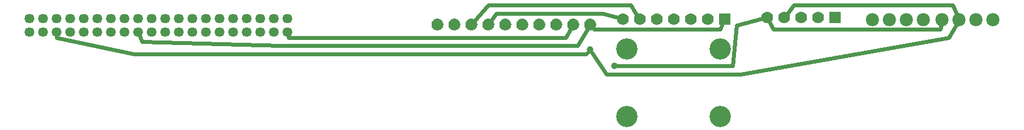
<source format=gtl>
G04 MADE WITH FRITZING*
G04 WWW.FRITZING.ORG*
G04 DOUBLE SIDED*
G04 HOLES PLATED*
G04 CONTOUR ON CENTER OF CONTOUR VECTOR*
%ASAXBY*%
%FSLAX23Y23*%
%MOIN*%
%OFA0B0*%
%SFA1.0B1.0*%
%ADD10C,0.057511*%
%ADD11C,0.057533*%
%ADD12C,0.070000*%
%ADD13C,0.078000*%
%ADD14C,0.125984*%
%ADD15C,0.039370*%
%ADD16R,0.070000X0.070000*%
%ADD17C,0.024000*%
%ADD18R,0.001000X0.001000*%
%LNCOPPER1*%
G90*
G70*
G54D10*
X284Y1030D03*
X364Y1030D03*
X444Y1030D03*
X524Y1030D03*
G54D11*
X604Y1030D03*
G54D10*
X684Y1030D03*
X764Y1030D03*
X844Y1030D03*
X924Y1030D03*
G54D11*
X1004Y1030D03*
G54D10*
X1084Y1030D03*
G54D11*
X1164Y1030D03*
G54D10*
X1244Y1030D03*
X1324Y1030D03*
X1404Y1030D03*
X1484Y1030D03*
G54D11*
X1564Y1030D03*
G54D10*
X1644Y1030D03*
X1724Y1030D03*
X1804Y1030D03*
X1804Y1110D03*
X1724Y1110D03*
X1644Y1110D03*
G54D11*
X1564Y1110D03*
G54D10*
X1484Y1110D03*
X1404Y1110D03*
X1324Y1110D03*
X1244Y1110D03*
G54D11*
X1164Y1110D03*
G54D10*
X1084Y1110D03*
G54D11*
X1004Y1110D03*
G54D10*
X924Y1110D03*
X844Y1110D03*
X764Y1110D03*
X684Y1110D03*
G54D11*
X604Y1110D03*
G54D10*
X524Y1110D03*
X444Y1110D03*
X364Y1110D03*
X284Y1110D03*
G54D12*
X5030Y1115D03*
X4930Y1115D03*
X4830Y1115D03*
X4730Y1115D03*
X4630Y1115D03*
G54D13*
X5962Y1101D03*
X5862Y1101D03*
X5762Y1101D03*
X5662Y1101D03*
X5962Y1101D03*
X5862Y1101D03*
X5762Y1101D03*
X5662Y1101D03*
X5253Y1102D03*
X5353Y1102D03*
X5453Y1102D03*
X5553Y1102D03*
G54D14*
X3805Y930D03*
G54D12*
X4380Y1105D03*
X4280Y1105D03*
X4180Y1105D03*
X4080Y1105D03*
X3980Y1105D03*
X3880Y1105D03*
X3780Y1105D03*
G54D14*
X3805Y530D03*
X4355Y530D03*
X4355Y930D03*
G54D12*
X3589Y1073D03*
X3489Y1073D03*
X3389Y1073D03*
X3289Y1073D03*
X3189Y1073D03*
X3089Y1073D03*
X2989Y1073D03*
X2889Y1073D03*
X2789Y1073D03*
X2689Y1073D03*
G54D15*
X3732Y828D03*
X3588Y924D03*
G54D16*
X5030Y1115D03*
X4380Y1105D03*
G54D17*
X3004Y1094D02*
X3036Y1140D01*
X3036Y1140D02*
X3660Y1140D01*
X3660Y1140D02*
X3750Y1114D01*
D02*
X2906Y1093D02*
X2988Y1188D01*
X2988Y1188D02*
X3828Y1188D01*
X3828Y1188D02*
X3863Y1131D01*
D02*
X1810Y1002D02*
X1812Y996D01*
X1812Y996D02*
X3444Y996D01*
X3444Y996D02*
X3476Y1050D01*
D02*
X3605Y1052D02*
X3612Y1044D01*
X3612Y1044D02*
X4356Y1044D01*
X4356Y1044D02*
X4369Y1077D01*
D02*
X935Y1004D02*
X948Y972D01*
X948Y972D02*
X1764Y948D01*
X1764Y948D02*
X3516Y948D01*
X3516Y948D02*
X3576Y1050D01*
D02*
X5657Y1072D02*
X5652Y1044D01*
X5652Y1044D02*
X4668Y1044D01*
X4668Y1044D02*
X4645Y1088D01*
D02*
X3751Y828D02*
X4428Y828D01*
X4428Y828D02*
X4452Y1068D01*
X4452Y1068D02*
X4601Y1107D01*
D02*
X5750Y1129D02*
X5724Y1188D01*
X5724Y1188D02*
X4788Y1188D01*
X4788Y1188D02*
X4750Y1139D01*
D02*
X3599Y908D02*
X3684Y780D01*
X3684Y780D02*
X4476Y780D01*
X4476Y780D02*
X5700Y996D01*
X5700Y996D02*
X5747Y1075D01*
D02*
X444Y1002D02*
X444Y996D01*
X444Y996D02*
X900Y900D01*
X900Y900D02*
X3564Y900D01*
X3564Y900D02*
X3575Y910D01*
G54D18*
X2682Y1108D02*
X2695Y1108D01*
X2782Y1108D02*
X2795Y1108D01*
X2882Y1108D02*
X2895Y1108D01*
X2982Y1108D02*
X2995Y1108D01*
X3082Y1108D02*
X3095Y1108D01*
X3182Y1108D02*
X3195Y1108D01*
X3282Y1108D02*
X3295Y1108D01*
X3382Y1108D02*
X3395Y1108D01*
X3482Y1108D02*
X3495Y1108D01*
X3582Y1108D02*
X3595Y1108D01*
X2679Y1107D02*
X2699Y1107D01*
X2779Y1107D02*
X2799Y1107D01*
X2879Y1107D02*
X2899Y1107D01*
X2979Y1107D02*
X2999Y1107D01*
X3079Y1107D02*
X3099Y1107D01*
X3179Y1107D02*
X3199Y1107D01*
X3278Y1107D02*
X3298Y1107D01*
X3378Y1107D02*
X3398Y1107D01*
X3478Y1107D02*
X3498Y1107D01*
X3578Y1107D02*
X3598Y1107D01*
X2676Y1106D02*
X2701Y1106D01*
X2776Y1106D02*
X2801Y1106D01*
X2876Y1106D02*
X2901Y1106D01*
X2976Y1106D02*
X3001Y1106D01*
X3076Y1106D02*
X3101Y1106D01*
X3176Y1106D02*
X3201Y1106D01*
X3276Y1106D02*
X3301Y1106D01*
X3376Y1106D02*
X3401Y1106D01*
X3476Y1106D02*
X3501Y1106D01*
X3576Y1106D02*
X3601Y1106D01*
X2674Y1105D02*
X2703Y1105D01*
X2774Y1105D02*
X2803Y1105D01*
X2874Y1105D02*
X2903Y1105D01*
X2974Y1105D02*
X3003Y1105D01*
X3074Y1105D02*
X3103Y1105D01*
X3174Y1105D02*
X3203Y1105D01*
X3274Y1105D02*
X3303Y1105D01*
X3374Y1105D02*
X3403Y1105D01*
X3474Y1105D02*
X3503Y1105D01*
X3574Y1105D02*
X3603Y1105D01*
X2672Y1104D02*
X2705Y1104D01*
X2772Y1104D02*
X2805Y1104D01*
X2872Y1104D02*
X2905Y1104D01*
X2972Y1104D02*
X3005Y1104D01*
X3072Y1104D02*
X3105Y1104D01*
X3172Y1104D02*
X3205Y1104D01*
X3272Y1104D02*
X3305Y1104D01*
X3372Y1104D02*
X3405Y1104D01*
X3472Y1104D02*
X3505Y1104D01*
X3572Y1104D02*
X3605Y1104D01*
X2671Y1103D02*
X2706Y1103D01*
X2771Y1103D02*
X2806Y1103D01*
X2871Y1103D02*
X2906Y1103D01*
X2971Y1103D02*
X3006Y1103D01*
X3071Y1103D02*
X3106Y1103D01*
X3171Y1103D02*
X3206Y1103D01*
X3271Y1103D02*
X3306Y1103D01*
X3371Y1103D02*
X3406Y1103D01*
X3471Y1103D02*
X3506Y1103D01*
X3571Y1103D02*
X3606Y1103D01*
X2669Y1102D02*
X2708Y1102D01*
X2769Y1102D02*
X2808Y1102D01*
X2869Y1102D02*
X2908Y1102D01*
X2969Y1102D02*
X3008Y1102D01*
X3069Y1102D02*
X3108Y1102D01*
X3169Y1102D02*
X3208Y1102D01*
X3269Y1102D02*
X3308Y1102D01*
X3369Y1102D02*
X3408Y1102D01*
X3469Y1102D02*
X3508Y1102D01*
X3569Y1102D02*
X3608Y1102D01*
X2668Y1101D02*
X2709Y1101D01*
X2768Y1101D02*
X2809Y1101D01*
X2868Y1101D02*
X2909Y1101D01*
X2968Y1101D02*
X3009Y1101D01*
X3068Y1101D02*
X3109Y1101D01*
X3168Y1101D02*
X3209Y1101D01*
X3268Y1101D02*
X3309Y1101D01*
X3368Y1101D02*
X3409Y1101D01*
X3468Y1101D02*
X3509Y1101D01*
X3568Y1101D02*
X3609Y1101D01*
X2667Y1100D02*
X2710Y1100D01*
X2767Y1100D02*
X2810Y1100D01*
X2867Y1100D02*
X2910Y1100D01*
X2967Y1100D02*
X3010Y1100D01*
X3067Y1100D02*
X3110Y1100D01*
X3167Y1100D02*
X3210Y1100D01*
X3267Y1100D02*
X3310Y1100D01*
X3367Y1100D02*
X3410Y1100D01*
X3467Y1100D02*
X3510Y1100D01*
X3567Y1100D02*
X3610Y1100D01*
X2666Y1099D02*
X2711Y1099D01*
X2766Y1099D02*
X2811Y1099D01*
X2866Y1099D02*
X2911Y1099D01*
X2966Y1099D02*
X3011Y1099D01*
X3066Y1099D02*
X3111Y1099D01*
X3166Y1099D02*
X3211Y1099D01*
X3266Y1099D02*
X3311Y1099D01*
X3366Y1099D02*
X3411Y1099D01*
X3466Y1099D02*
X3511Y1099D01*
X3566Y1099D02*
X3611Y1099D01*
X2665Y1098D02*
X2712Y1098D01*
X2765Y1098D02*
X2812Y1098D01*
X2865Y1098D02*
X2912Y1098D01*
X2965Y1098D02*
X3012Y1098D01*
X3065Y1098D02*
X3112Y1098D01*
X3165Y1098D02*
X3212Y1098D01*
X3265Y1098D02*
X3312Y1098D01*
X3365Y1098D02*
X3412Y1098D01*
X3465Y1098D02*
X3512Y1098D01*
X3565Y1098D02*
X3612Y1098D01*
X2664Y1097D02*
X2713Y1097D01*
X2764Y1097D02*
X2813Y1097D01*
X2864Y1097D02*
X2913Y1097D01*
X2964Y1097D02*
X3013Y1097D01*
X3064Y1097D02*
X3113Y1097D01*
X3164Y1097D02*
X3213Y1097D01*
X3264Y1097D02*
X3313Y1097D01*
X3364Y1097D02*
X3413Y1097D01*
X3464Y1097D02*
X3513Y1097D01*
X3564Y1097D02*
X3613Y1097D01*
X2663Y1096D02*
X2714Y1096D01*
X2763Y1096D02*
X2814Y1096D01*
X2863Y1096D02*
X2914Y1096D01*
X2963Y1096D02*
X3014Y1096D01*
X3063Y1096D02*
X3114Y1096D01*
X3163Y1096D02*
X3214Y1096D01*
X3263Y1096D02*
X3314Y1096D01*
X3363Y1096D02*
X3414Y1096D01*
X3463Y1096D02*
X3514Y1096D01*
X3563Y1096D02*
X3614Y1096D01*
X2662Y1095D02*
X2715Y1095D01*
X2762Y1095D02*
X2815Y1095D01*
X2862Y1095D02*
X2915Y1095D01*
X2962Y1095D02*
X3015Y1095D01*
X3062Y1095D02*
X3115Y1095D01*
X3162Y1095D02*
X3215Y1095D01*
X3262Y1095D02*
X3315Y1095D01*
X3362Y1095D02*
X3415Y1095D01*
X3462Y1095D02*
X3515Y1095D01*
X3562Y1095D02*
X3615Y1095D01*
X2661Y1094D02*
X2716Y1094D01*
X2761Y1094D02*
X2816Y1094D01*
X2861Y1094D02*
X2916Y1094D01*
X2961Y1094D02*
X3016Y1094D01*
X3061Y1094D02*
X3116Y1094D01*
X3161Y1094D02*
X3216Y1094D01*
X3261Y1094D02*
X3316Y1094D01*
X3361Y1094D02*
X3416Y1094D01*
X3461Y1094D02*
X3516Y1094D01*
X3561Y1094D02*
X3616Y1094D01*
X2660Y1093D02*
X2717Y1093D01*
X2760Y1093D02*
X2817Y1093D01*
X2860Y1093D02*
X2917Y1093D01*
X2960Y1093D02*
X3017Y1093D01*
X3060Y1093D02*
X3117Y1093D01*
X3160Y1093D02*
X3217Y1093D01*
X3260Y1093D02*
X3317Y1093D01*
X3360Y1093D02*
X3417Y1093D01*
X3460Y1093D02*
X3517Y1093D01*
X3560Y1093D02*
X3617Y1093D01*
X2660Y1092D02*
X2717Y1092D01*
X2760Y1092D02*
X2817Y1092D01*
X2860Y1092D02*
X2917Y1092D01*
X2960Y1092D02*
X3017Y1092D01*
X3060Y1092D02*
X3117Y1092D01*
X3160Y1092D02*
X3217Y1092D01*
X3260Y1092D02*
X3317Y1092D01*
X3360Y1092D02*
X3417Y1092D01*
X3460Y1092D02*
X3517Y1092D01*
X3560Y1092D02*
X3617Y1092D01*
X2659Y1091D02*
X2718Y1091D01*
X2759Y1091D02*
X2818Y1091D01*
X2859Y1091D02*
X2918Y1091D01*
X2959Y1091D02*
X3018Y1091D01*
X3059Y1091D02*
X3118Y1091D01*
X3159Y1091D02*
X3218Y1091D01*
X3259Y1091D02*
X3318Y1091D01*
X3359Y1091D02*
X3418Y1091D01*
X3459Y1091D02*
X3518Y1091D01*
X3559Y1091D02*
X3618Y1091D01*
X2659Y1090D02*
X2719Y1090D01*
X2759Y1090D02*
X2819Y1090D01*
X2859Y1090D02*
X2919Y1090D01*
X2959Y1090D02*
X3019Y1090D01*
X3059Y1090D02*
X3119Y1090D01*
X3159Y1090D02*
X3218Y1090D01*
X3259Y1090D02*
X3318Y1090D01*
X3358Y1090D02*
X3418Y1090D01*
X3458Y1090D02*
X3518Y1090D01*
X3558Y1090D02*
X3618Y1090D01*
X2658Y1089D02*
X2719Y1089D01*
X2758Y1089D02*
X2819Y1089D01*
X2858Y1089D02*
X2919Y1089D01*
X2958Y1089D02*
X3019Y1089D01*
X3058Y1089D02*
X3119Y1089D01*
X3158Y1089D02*
X3219Y1089D01*
X3258Y1089D02*
X3319Y1089D01*
X3358Y1089D02*
X3419Y1089D01*
X3458Y1089D02*
X3519Y1089D01*
X3558Y1089D02*
X3619Y1089D01*
X2658Y1088D02*
X2682Y1088D01*
X2695Y1088D02*
X2720Y1088D01*
X2758Y1088D02*
X2782Y1088D01*
X2795Y1088D02*
X2820Y1088D01*
X2858Y1088D02*
X2882Y1088D01*
X2895Y1088D02*
X2920Y1088D01*
X2958Y1088D02*
X2982Y1088D01*
X2995Y1088D02*
X3020Y1088D01*
X3057Y1088D02*
X3082Y1088D01*
X3095Y1088D02*
X3120Y1088D01*
X3157Y1088D02*
X3182Y1088D01*
X3195Y1088D02*
X3220Y1088D01*
X3257Y1088D02*
X3282Y1088D01*
X3295Y1088D02*
X3320Y1088D01*
X3357Y1088D02*
X3382Y1088D01*
X3395Y1088D02*
X3420Y1088D01*
X3457Y1088D02*
X3482Y1088D01*
X3495Y1088D02*
X3519Y1088D01*
X3557Y1088D02*
X3582Y1088D01*
X3595Y1088D02*
X3619Y1088D01*
X2657Y1087D02*
X2680Y1087D01*
X2697Y1087D02*
X2720Y1087D01*
X2757Y1087D02*
X2780Y1087D01*
X2797Y1087D02*
X2820Y1087D01*
X2857Y1087D02*
X2880Y1087D01*
X2897Y1087D02*
X2920Y1087D01*
X2957Y1087D02*
X2980Y1087D01*
X2997Y1087D02*
X3020Y1087D01*
X3057Y1087D02*
X3080Y1087D01*
X3097Y1087D02*
X3120Y1087D01*
X3157Y1087D02*
X3180Y1087D01*
X3197Y1087D02*
X3220Y1087D01*
X3257Y1087D02*
X3280Y1087D01*
X3297Y1087D02*
X3320Y1087D01*
X3357Y1087D02*
X3380Y1087D01*
X3397Y1087D02*
X3420Y1087D01*
X3457Y1087D02*
X3480Y1087D01*
X3497Y1087D02*
X3520Y1087D01*
X3557Y1087D02*
X3580Y1087D01*
X3597Y1087D02*
X3620Y1087D01*
X2657Y1086D02*
X2678Y1086D01*
X2699Y1086D02*
X2721Y1086D01*
X2757Y1086D02*
X2778Y1086D01*
X2799Y1086D02*
X2821Y1086D01*
X2857Y1086D02*
X2878Y1086D01*
X2899Y1086D02*
X2920Y1086D01*
X2957Y1086D02*
X2978Y1086D01*
X2999Y1086D02*
X3020Y1086D01*
X3057Y1086D02*
X3078Y1086D01*
X3099Y1086D02*
X3120Y1086D01*
X3157Y1086D02*
X3178Y1086D01*
X3199Y1086D02*
X3220Y1086D01*
X3257Y1086D02*
X3278Y1086D01*
X3299Y1086D02*
X3320Y1086D01*
X3357Y1086D02*
X3378Y1086D01*
X3399Y1086D02*
X3420Y1086D01*
X3457Y1086D02*
X3478Y1086D01*
X3499Y1086D02*
X3520Y1086D01*
X3557Y1086D02*
X3578Y1086D01*
X3599Y1086D02*
X3620Y1086D01*
X2656Y1085D02*
X2677Y1085D01*
X2700Y1085D02*
X2721Y1085D01*
X2756Y1085D02*
X2777Y1085D01*
X2800Y1085D02*
X2821Y1085D01*
X2856Y1085D02*
X2877Y1085D01*
X2900Y1085D02*
X2921Y1085D01*
X2956Y1085D02*
X2977Y1085D01*
X3000Y1085D02*
X3021Y1085D01*
X3056Y1085D02*
X3077Y1085D01*
X3100Y1085D02*
X3121Y1085D01*
X3156Y1085D02*
X3177Y1085D01*
X3200Y1085D02*
X3221Y1085D01*
X3256Y1085D02*
X3277Y1085D01*
X3300Y1085D02*
X3321Y1085D01*
X3356Y1085D02*
X3377Y1085D01*
X3400Y1085D02*
X3421Y1085D01*
X3456Y1085D02*
X3477Y1085D01*
X3500Y1085D02*
X3521Y1085D01*
X3556Y1085D02*
X3577Y1085D01*
X3600Y1085D02*
X3621Y1085D01*
X2656Y1084D02*
X2676Y1084D01*
X2701Y1084D02*
X2721Y1084D01*
X2756Y1084D02*
X2776Y1084D01*
X2801Y1084D02*
X2821Y1084D01*
X2856Y1084D02*
X2876Y1084D01*
X2901Y1084D02*
X2921Y1084D01*
X2956Y1084D02*
X2976Y1084D01*
X3001Y1084D02*
X3021Y1084D01*
X3056Y1084D02*
X3076Y1084D01*
X3101Y1084D02*
X3121Y1084D01*
X3156Y1084D02*
X3176Y1084D01*
X3201Y1084D02*
X3221Y1084D01*
X3256Y1084D02*
X3276Y1084D01*
X3301Y1084D02*
X3321Y1084D01*
X3356Y1084D02*
X3376Y1084D01*
X3401Y1084D02*
X3421Y1084D01*
X3456Y1084D02*
X3476Y1084D01*
X3501Y1084D02*
X3521Y1084D01*
X3556Y1084D02*
X3576Y1084D01*
X3601Y1084D02*
X3621Y1084D01*
X2656Y1083D02*
X2675Y1083D01*
X2702Y1083D02*
X2722Y1083D01*
X2756Y1083D02*
X2775Y1083D01*
X2802Y1083D02*
X2822Y1083D01*
X2855Y1083D02*
X2875Y1083D01*
X2902Y1083D02*
X2922Y1083D01*
X2955Y1083D02*
X2975Y1083D01*
X3002Y1083D02*
X3022Y1083D01*
X3055Y1083D02*
X3075Y1083D01*
X3102Y1083D02*
X3122Y1083D01*
X3155Y1083D02*
X3175Y1083D01*
X3202Y1083D02*
X3222Y1083D01*
X3255Y1083D02*
X3275Y1083D01*
X3302Y1083D02*
X3322Y1083D01*
X3355Y1083D02*
X3375Y1083D01*
X3402Y1083D02*
X3422Y1083D01*
X3455Y1083D02*
X3475Y1083D01*
X3502Y1083D02*
X3522Y1083D01*
X3555Y1083D02*
X3575Y1083D01*
X3602Y1083D02*
X3622Y1083D01*
X2655Y1082D02*
X2675Y1082D01*
X2702Y1082D02*
X2722Y1082D01*
X2755Y1082D02*
X2775Y1082D01*
X2802Y1082D02*
X2822Y1082D01*
X2855Y1082D02*
X2875Y1082D01*
X2902Y1082D02*
X2922Y1082D01*
X2955Y1082D02*
X2975Y1082D01*
X3002Y1082D02*
X3022Y1082D01*
X3055Y1082D02*
X3075Y1082D01*
X3102Y1082D02*
X3122Y1082D01*
X3155Y1082D02*
X3175Y1082D01*
X3202Y1082D02*
X3222Y1082D01*
X3255Y1082D02*
X3275Y1082D01*
X3302Y1082D02*
X3322Y1082D01*
X3355Y1082D02*
X3375Y1082D01*
X3402Y1082D02*
X3422Y1082D01*
X3455Y1082D02*
X3475Y1082D01*
X3502Y1082D02*
X3522Y1082D01*
X3555Y1082D02*
X3575Y1082D01*
X3602Y1082D02*
X3622Y1082D01*
X2655Y1081D02*
X2674Y1081D01*
X2703Y1081D02*
X2722Y1081D01*
X2755Y1081D02*
X2774Y1081D01*
X2803Y1081D02*
X2822Y1081D01*
X2855Y1081D02*
X2874Y1081D01*
X2903Y1081D02*
X2922Y1081D01*
X2955Y1081D02*
X2974Y1081D01*
X3003Y1081D02*
X3022Y1081D01*
X3055Y1081D02*
X3074Y1081D01*
X3103Y1081D02*
X3122Y1081D01*
X3155Y1081D02*
X3174Y1081D01*
X3203Y1081D02*
X3222Y1081D01*
X3255Y1081D02*
X3274Y1081D01*
X3303Y1081D02*
X3322Y1081D01*
X3355Y1081D02*
X3374Y1081D01*
X3403Y1081D02*
X3422Y1081D01*
X3455Y1081D02*
X3474Y1081D01*
X3503Y1081D02*
X3522Y1081D01*
X3555Y1081D02*
X3574Y1081D01*
X3603Y1081D02*
X3622Y1081D01*
X2655Y1080D02*
X2674Y1080D01*
X2703Y1080D02*
X2722Y1080D01*
X2755Y1080D02*
X2774Y1080D01*
X2803Y1080D02*
X2822Y1080D01*
X2855Y1080D02*
X2874Y1080D01*
X2903Y1080D02*
X2922Y1080D01*
X2955Y1080D02*
X2974Y1080D01*
X3003Y1080D02*
X3022Y1080D01*
X3055Y1080D02*
X3074Y1080D01*
X3103Y1080D02*
X3122Y1080D01*
X3155Y1080D02*
X3174Y1080D01*
X3203Y1080D02*
X3222Y1080D01*
X3255Y1080D02*
X3274Y1080D01*
X3303Y1080D02*
X3322Y1080D01*
X3355Y1080D02*
X3374Y1080D01*
X3403Y1080D02*
X3422Y1080D01*
X3455Y1080D02*
X3474Y1080D01*
X3503Y1080D02*
X3522Y1080D01*
X3555Y1080D02*
X3574Y1080D01*
X3603Y1080D02*
X3622Y1080D01*
X2655Y1079D02*
X2674Y1079D01*
X2703Y1079D02*
X2723Y1079D01*
X2755Y1079D02*
X2774Y1079D01*
X2803Y1079D02*
X2823Y1079D01*
X2855Y1079D02*
X2874Y1079D01*
X2903Y1079D02*
X2923Y1079D01*
X2955Y1079D02*
X2974Y1079D01*
X3003Y1079D02*
X3023Y1079D01*
X3055Y1079D02*
X3074Y1079D01*
X3103Y1079D02*
X3123Y1079D01*
X3154Y1079D02*
X3174Y1079D01*
X3203Y1079D02*
X3223Y1079D01*
X3254Y1079D02*
X3274Y1079D01*
X3303Y1079D02*
X3322Y1079D01*
X3354Y1079D02*
X3374Y1079D01*
X3403Y1079D02*
X3422Y1079D01*
X3454Y1079D02*
X3474Y1079D01*
X3503Y1079D02*
X3522Y1079D01*
X3554Y1079D02*
X3574Y1079D01*
X3603Y1079D02*
X3622Y1079D01*
X2654Y1078D02*
X2673Y1078D01*
X2704Y1078D02*
X2723Y1078D01*
X2754Y1078D02*
X2773Y1078D01*
X2804Y1078D02*
X2823Y1078D01*
X2854Y1078D02*
X2873Y1078D01*
X2904Y1078D02*
X2923Y1078D01*
X2954Y1078D02*
X2973Y1078D01*
X3004Y1078D02*
X3023Y1078D01*
X3054Y1078D02*
X3073Y1078D01*
X3104Y1078D02*
X3123Y1078D01*
X3154Y1078D02*
X3173Y1078D01*
X3204Y1078D02*
X3223Y1078D01*
X3254Y1078D02*
X3273Y1078D01*
X3304Y1078D02*
X3323Y1078D01*
X3354Y1078D02*
X3373Y1078D01*
X3404Y1078D02*
X3423Y1078D01*
X3454Y1078D02*
X3473Y1078D01*
X3504Y1078D02*
X3523Y1078D01*
X3554Y1078D02*
X3573Y1078D01*
X3604Y1078D02*
X3623Y1078D01*
X2654Y1077D02*
X2673Y1077D01*
X2704Y1077D02*
X2723Y1077D01*
X2754Y1077D02*
X2773Y1077D01*
X2804Y1077D02*
X2823Y1077D01*
X2854Y1077D02*
X2873Y1077D01*
X2904Y1077D02*
X2923Y1077D01*
X2954Y1077D02*
X2973Y1077D01*
X3004Y1077D02*
X3023Y1077D01*
X3054Y1077D02*
X3073Y1077D01*
X3104Y1077D02*
X3123Y1077D01*
X3154Y1077D02*
X3173Y1077D01*
X3204Y1077D02*
X3223Y1077D01*
X3254Y1077D02*
X3273Y1077D01*
X3304Y1077D02*
X3323Y1077D01*
X3354Y1077D02*
X3373Y1077D01*
X3404Y1077D02*
X3423Y1077D01*
X3454Y1077D02*
X3473Y1077D01*
X3504Y1077D02*
X3523Y1077D01*
X3554Y1077D02*
X3573Y1077D01*
X3604Y1077D02*
X3623Y1077D01*
X2654Y1076D02*
X2673Y1076D01*
X2704Y1076D02*
X2723Y1076D01*
X2754Y1076D02*
X2773Y1076D01*
X2804Y1076D02*
X2823Y1076D01*
X2854Y1076D02*
X2873Y1076D01*
X2904Y1076D02*
X2923Y1076D01*
X2954Y1076D02*
X2973Y1076D01*
X3004Y1076D02*
X3023Y1076D01*
X3054Y1076D02*
X3073Y1076D01*
X3104Y1076D02*
X3123Y1076D01*
X3154Y1076D02*
X3173Y1076D01*
X3204Y1076D02*
X3223Y1076D01*
X3254Y1076D02*
X3273Y1076D01*
X3304Y1076D02*
X3323Y1076D01*
X3354Y1076D02*
X3373Y1076D01*
X3404Y1076D02*
X3423Y1076D01*
X3454Y1076D02*
X3473Y1076D01*
X3504Y1076D02*
X3523Y1076D01*
X3554Y1076D02*
X3573Y1076D01*
X3604Y1076D02*
X3623Y1076D01*
X2654Y1075D02*
X2673Y1075D01*
X2704Y1075D02*
X2723Y1075D01*
X2754Y1075D02*
X2773Y1075D01*
X2804Y1075D02*
X2823Y1075D01*
X2854Y1075D02*
X2873Y1075D01*
X2904Y1075D02*
X2923Y1075D01*
X2954Y1075D02*
X2973Y1075D01*
X3004Y1075D02*
X3023Y1075D01*
X3054Y1075D02*
X3073Y1075D01*
X3104Y1075D02*
X3123Y1075D01*
X3154Y1075D02*
X3173Y1075D01*
X3204Y1075D02*
X3223Y1075D01*
X3254Y1075D02*
X3273Y1075D01*
X3304Y1075D02*
X3323Y1075D01*
X3354Y1075D02*
X3373Y1075D01*
X3404Y1075D02*
X3423Y1075D01*
X3454Y1075D02*
X3473Y1075D01*
X3504Y1075D02*
X3523Y1075D01*
X3554Y1075D02*
X3573Y1075D01*
X3604Y1075D02*
X3623Y1075D01*
X2654Y1074D02*
X2673Y1074D01*
X2704Y1074D02*
X2723Y1074D01*
X2754Y1074D02*
X2773Y1074D01*
X2804Y1074D02*
X2823Y1074D01*
X2854Y1074D02*
X2873Y1074D01*
X2904Y1074D02*
X2923Y1074D01*
X2954Y1074D02*
X2973Y1074D01*
X3004Y1074D02*
X3023Y1074D01*
X3054Y1074D02*
X3073Y1074D01*
X3104Y1074D02*
X3123Y1074D01*
X3154Y1074D02*
X3173Y1074D01*
X3204Y1074D02*
X3223Y1074D01*
X3254Y1074D02*
X3273Y1074D01*
X3304Y1074D02*
X3323Y1074D01*
X3354Y1074D02*
X3373Y1074D01*
X3404Y1074D02*
X3423Y1074D01*
X3454Y1074D02*
X3473Y1074D01*
X3504Y1074D02*
X3523Y1074D01*
X3554Y1074D02*
X3573Y1074D01*
X3604Y1074D02*
X3623Y1074D01*
X2654Y1073D02*
X2673Y1073D01*
X2704Y1073D02*
X2723Y1073D01*
X2754Y1073D02*
X2773Y1073D01*
X2804Y1073D02*
X2823Y1073D01*
X2854Y1073D02*
X2873Y1073D01*
X2904Y1073D02*
X2923Y1073D01*
X2954Y1073D02*
X2973Y1073D01*
X3004Y1073D02*
X3023Y1073D01*
X3054Y1073D02*
X3073Y1073D01*
X3104Y1073D02*
X3123Y1073D01*
X3154Y1073D02*
X3173Y1073D01*
X3204Y1073D02*
X3223Y1073D01*
X3254Y1073D02*
X3273Y1073D01*
X3304Y1073D02*
X3323Y1073D01*
X3354Y1073D02*
X3373Y1073D01*
X3404Y1073D02*
X3423Y1073D01*
X3454Y1073D02*
X3473Y1073D01*
X3504Y1073D02*
X3523Y1073D01*
X3554Y1073D02*
X3573Y1073D01*
X3604Y1073D02*
X3623Y1073D01*
X2654Y1072D02*
X2673Y1072D01*
X2704Y1072D02*
X2723Y1072D01*
X2754Y1072D02*
X2773Y1072D01*
X2804Y1072D02*
X2823Y1072D01*
X2854Y1072D02*
X2873Y1072D01*
X2904Y1072D02*
X2923Y1072D01*
X2954Y1072D02*
X2973Y1072D01*
X3004Y1072D02*
X3023Y1072D01*
X3054Y1072D02*
X3073Y1072D01*
X3104Y1072D02*
X3123Y1072D01*
X3154Y1072D02*
X3173Y1072D01*
X3204Y1072D02*
X3223Y1072D01*
X3254Y1072D02*
X3273Y1072D01*
X3304Y1072D02*
X3323Y1072D01*
X3354Y1072D02*
X3373Y1072D01*
X3404Y1072D02*
X3423Y1072D01*
X3454Y1072D02*
X3473Y1072D01*
X3504Y1072D02*
X3523Y1072D01*
X3554Y1072D02*
X3573Y1072D01*
X3604Y1072D02*
X3623Y1072D01*
X2654Y1071D02*
X2673Y1071D01*
X2704Y1071D02*
X2723Y1071D01*
X2754Y1071D02*
X2773Y1071D01*
X2804Y1071D02*
X2823Y1071D01*
X2854Y1071D02*
X2873Y1071D01*
X2904Y1071D02*
X2923Y1071D01*
X2954Y1071D02*
X2973Y1071D01*
X3004Y1071D02*
X3023Y1071D01*
X3054Y1071D02*
X3073Y1071D01*
X3104Y1071D02*
X3123Y1071D01*
X3154Y1071D02*
X3173Y1071D01*
X3204Y1071D02*
X3223Y1071D01*
X3254Y1071D02*
X3273Y1071D01*
X3304Y1071D02*
X3323Y1071D01*
X3354Y1071D02*
X3373Y1071D01*
X3404Y1071D02*
X3423Y1071D01*
X3454Y1071D02*
X3473Y1071D01*
X3504Y1071D02*
X3523Y1071D01*
X3554Y1071D02*
X3573Y1071D01*
X3604Y1071D02*
X3623Y1071D01*
X2654Y1070D02*
X2673Y1070D01*
X2704Y1070D02*
X2723Y1070D01*
X2754Y1070D02*
X2773Y1070D01*
X2804Y1070D02*
X2823Y1070D01*
X2854Y1070D02*
X2873Y1070D01*
X2904Y1070D02*
X2923Y1070D01*
X2954Y1070D02*
X2973Y1070D01*
X3004Y1070D02*
X3023Y1070D01*
X3054Y1070D02*
X3073Y1070D01*
X3104Y1070D02*
X3123Y1070D01*
X3154Y1070D02*
X3173Y1070D01*
X3204Y1070D02*
X3223Y1070D01*
X3254Y1070D02*
X3273Y1070D01*
X3304Y1070D02*
X3323Y1070D01*
X3354Y1070D02*
X3373Y1070D01*
X3404Y1070D02*
X3423Y1070D01*
X3454Y1070D02*
X3473Y1070D01*
X3504Y1070D02*
X3523Y1070D01*
X3554Y1070D02*
X3573Y1070D01*
X3604Y1070D02*
X3623Y1070D01*
X2655Y1069D02*
X2674Y1069D01*
X2703Y1069D02*
X2723Y1069D01*
X2755Y1069D02*
X2774Y1069D01*
X2803Y1069D02*
X2823Y1069D01*
X2855Y1069D02*
X2874Y1069D01*
X2903Y1069D02*
X2923Y1069D01*
X2955Y1069D02*
X2974Y1069D01*
X3003Y1069D02*
X3023Y1069D01*
X3054Y1069D02*
X3074Y1069D01*
X3103Y1069D02*
X3123Y1069D01*
X3154Y1069D02*
X3174Y1069D01*
X3203Y1069D02*
X3223Y1069D01*
X3254Y1069D02*
X3274Y1069D01*
X3303Y1069D02*
X3323Y1069D01*
X3354Y1069D02*
X3374Y1069D01*
X3403Y1069D02*
X3423Y1069D01*
X3454Y1069D02*
X3474Y1069D01*
X3503Y1069D02*
X3522Y1069D01*
X3554Y1069D02*
X3574Y1069D01*
X3603Y1069D02*
X3622Y1069D01*
X2655Y1068D02*
X2674Y1068D01*
X2703Y1068D02*
X2722Y1068D01*
X2755Y1068D02*
X2774Y1068D01*
X2803Y1068D02*
X2822Y1068D01*
X2855Y1068D02*
X2874Y1068D01*
X2903Y1068D02*
X2922Y1068D01*
X2955Y1068D02*
X2974Y1068D01*
X3003Y1068D02*
X3022Y1068D01*
X3055Y1068D02*
X3074Y1068D01*
X3103Y1068D02*
X3122Y1068D01*
X3155Y1068D02*
X3174Y1068D01*
X3203Y1068D02*
X3222Y1068D01*
X3255Y1068D02*
X3274Y1068D01*
X3303Y1068D02*
X3322Y1068D01*
X3355Y1068D02*
X3374Y1068D01*
X3403Y1068D02*
X3422Y1068D01*
X3455Y1068D02*
X3474Y1068D01*
X3503Y1068D02*
X3522Y1068D01*
X3555Y1068D02*
X3574Y1068D01*
X3603Y1068D02*
X3622Y1068D01*
X2655Y1067D02*
X2674Y1067D01*
X2703Y1067D02*
X2722Y1067D01*
X2755Y1067D02*
X2774Y1067D01*
X2803Y1067D02*
X2822Y1067D01*
X2855Y1067D02*
X2874Y1067D01*
X2903Y1067D02*
X2922Y1067D01*
X2955Y1067D02*
X2974Y1067D01*
X3003Y1067D02*
X3022Y1067D01*
X3055Y1067D02*
X3074Y1067D01*
X3103Y1067D02*
X3122Y1067D01*
X3155Y1067D02*
X3174Y1067D01*
X3203Y1067D02*
X3222Y1067D01*
X3255Y1067D02*
X3274Y1067D01*
X3303Y1067D02*
X3322Y1067D01*
X3355Y1067D02*
X3374Y1067D01*
X3403Y1067D02*
X3422Y1067D01*
X3455Y1067D02*
X3474Y1067D01*
X3503Y1067D02*
X3522Y1067D01*
X3555Y1067D02*
X3574Y1067D01*
X3603Y1067D02*
X3622Y1067D01*
X2655Y1066D02*
X2675Y1066D01*
X2702Y1066D02*
X2722Y1066D01*
X2755Y1066D02*
X2775Y1066D01*
X2802Y1066D02*
X2822Y1066D01*
X2855Y1066D02*
X2875Y1066D01*
X2902Y1066D02*
X2922Y1066D01*
X2955Y1066D02*
X2975Y1066D01*
X3002Y1066D02*
X3022Y1066D01*
X3055Y1066D02*
X3075Y1066D01*
X3102Y1066D02*
X3122Y1066D01*
X3155Y1066D02*
X3175Y1066D01*
X3202Y1066D02*
X3222Y1066D01*
X3255Y1066D02*
X3275Y1066D01*
X3302Y1066D02*
X3322Y1066D01*
X3355Y1066D02*
X3375Y1066D01*
X3402Y1066D02*
X3422Y1066D01*
X3455Y1066D02*
X3475Y1066D01*
X3502Y1066D02*
X3522Y1066D01*
X3555Y1066D02*
X3575Y1066D01*
X3602Y1066D02*
X3622Y1066D01*
X2655Y1065D02*
X2675Y1065D01*
X2702Y1065D02*
X2722Y1065D01*
X2755Y1065D02*
X2775Y1065D01*
X2802Y1065D02*
X2822Y1065D01*
X2855Y1065D02*
X2875Y1065D01*
X2902Y1065D02*
X2922Y1065D01*
X2955Y1065D02*
X2975Y1065D01*
X3002Y1065D02*
X3022Y1065D01*
X3055Y1065D02*
X3075Y1065D01*
X3102Y1065D02*
X3122Y1065D01*
X3155Y1065D02*
X3175Y1065D01*
X3202Y1065D02*
X3222Y1065D01*
X3255Y1065D02*
X3275Y1065D01*
X3302Y1065D02*
X3322Y1065D01*
X3355Y1065D02*
X3375Y1065D01*
X3402Y1065D02*
X3422Y1065D01*
X3455Y1065D02*
X3475Y1065D01*
X3502Y1065D02*
X3522Y1065D01*
X3555Y1065D02*
X3575Y1065D01*
X3602Y1065D02*
X3622Y1065D01*
X2656Y1064D02*
X2676Y1064D01*
X2701Y1064D02*
X2721Y1064D01*
X2756Y1064D02*
X2776Y1064D01*
X2801Y1064D02*
X2821Y1064D01*
X2856Y1064D02*
X2876Y1064D01*
X2901Y1064D02*
X2921Y1064D01*
X2956Y1064D02*
X2976Y1064D01*
X3001Y1064D02*
X3021Y1064D01*
X3056Y1064D02*
X3076Y1064D01*
X3101Y1064D02*
X3121Y1064D01*
X3156Y1064D02*
X3176Y1064D01*
X3201Y1064D02*
X3221Y1064D01*
X3256Y1064D02*
X3276Y1064D01*
X3301Y1064D02*
X3321Y1064D01*
X3356Y1064D02*
X3376Y1064D01*
X3401Y1064D02*
X3421Y1064D01*
X3456Y1064D02*
X3476Y1064D01*
X3501Y1064D02*
X3521Y1064D01*
X3556Y1064D02*
X3576Y1064D01*
X3601Y1064D02*
X3621Y1064D01*
X2656Y1063D02*
X2677Y1063D01*
X2700Y1063D02*
X2721Y1063D01*
X2756Y1063D02*
X2777Y1063D01*
X2800Y1063D02*
X2821Y1063D01*
X2856Y1063D02*
X2877Y1063D01*
X2900Y1063D02*
X2921Y1063D01*
X2956Y1063D02*
X2977Y1063D01*
X3000Y1063D02*
X3021Y1063D01*
X3056Y1063D02*
X3077Y1063D01*
X3100Y1063D02*
X3121Y1063D01*
X3156Y1063D02*
X3177Y1063D01*
X3200Y1063D02*
X3221Y1063D01*
X3256Y1063D02*
X3277Y1063D01*
X3300Y1063D02*
X3321Y1063D01*
X3356Y1063D02*
X3377Y1063D01*
X3400Y1063D02*
X3421Y1063D01*
X3456Y1063D02*
X3477Y1063D01*
X3500Y1063D02*
X3521Y1063D01*
X3556Y1063D02*
X3577Y1063D01*
X3600Y1063D02*
X3621Y1063D01*
X2657Y1062D02*
X2678Y1062D01*
X2699Y1062D02*
X2721Y1062D01*
X2757Y1062D02*
X2778Y1062D01*
X2799Y1062D02*
X2821Y1062D01*
X2857Y1062D02*
X2878Y1062D01*
X2899Y1062D02*
X2921Y1062D01*
X2957Y1062D02*
X2978Y1062D01*
X2999Y1062D02*
X3021Y1062D01*
X3057Y1062D02*
X3078Y1062D01*
X3099Y1062D02*
X3121Y1062D01*
X3157Y1062D02*
X3178Y1062D01*
X3199Y1062D02*
X3220Y1062D01*
X3256Y1062D02*
X3278Y1062D01*
X3299Y1062D02*
X3320Y1062D01*
X3356Y1062D02*
X3378Y1062D01*
X3399Y1062D02*
X3420Y1062D01*
X3456Y1062D02*
X3478Y1062D01*
X3499Y1062D02*
X3520Y1062D01*
X3556Y1062D02*
X3578Y1062D01*
X3599Y1062D02*
X3620Y1062D01*
X2657Y1061D02*
X2679Y1061D01*
X2698Y1061D02*
X2720Y1061D01*
X2757Y1061D02*
X2779Y1061D01*
X2798Y1061D02*
X2820Y1061D01*
X2857Y1061D02*
X2879Y1061D01*
X2898Y1061D02*
X2920Y1061D01*
X2957Y1061D02*
X2979Y1061D01*
X2998Y1061D02*
X3020Y1061D01*
X3057Y1061D02*
X3079Y1061D01*
X3098Y1061D02*
X3120Y1061D01*
X3157Y1061D02*
X3179Y1061D01*
X3198Y1061D02*
X3220Y1061D01*
X3257Y1061D02*
X3279Y1061D01*
X3298Y1061D02*
X3320Y1061D01*
X3357Y1061D02*
X3379Y1061D01*
X3398Y1061D02*
X3420Y1061D01*
X3457Y1061D02*
X3479Y1061D01*
X3498Y1061D02*
X3520Y1061D01*
X3557Y1061D02*
X3579Y1061D01*
X3598Y1061D02*
X3620Y1061D01*
X2657Y1060D02*
X2682Y1060D01*
X2696Y1060D02*
X2720Y1060D01*
X2757Y1060D02*
X2782Y1060D01*
X2796Y1060D02*
X2820Y1060D01*
X2857Y1060D02*
X2882Y1060D01*
X2896Y1060D02*
X2920Y1060D01*
X2957Y1060D02*
X2982Y1060D01*
X2996Y1060D02*
X3020Y1060D01*
X3057Y1060D02*
X3082Y1060D01*
X3096Y1060D02*
X3120Y1060D01*
X3157Y1060D02*
X3181Y1060D01*
X3196Y1060D02*
X3220Y1060D01*
X3257Y1060D02*
X3281Y1060D01*
X3295Y1060D02*
X3320Y1060D01*
X3357Y1060D02*
X3381Y1060D01*
X3395Y1060D02*
X3420Y1060D01*
X3457Y1060D02*
X3481Y1060D01*
X3495Y1060D02*
X3520Y1060D01*
X3557Y1060D02*
X3581Y1060D01*
X3595Y1060D02*
X3620Y1060D01*
X2658Y1059D02*
X2687Y1059D01*
X2690Y1059D02*
X2719Y1059D01*
X2758Y1059D02*
X2787Y1059D01*
X2790Y1059D02*
X2819Y1059D01*
X2858Y1059D02*
X2887Y1059D01*
X2890Y1059D02*
X2919Y1059D01*
X2958Y1059D02*
X2987Y1059D01*
X2990Y1059D02*
X3019Y1059D01*
X3058Y1059D02*
X3087Y1059D01*
X3090Y1059D02*
X3119Y1059D01*
X3158Y1059D02*
X3187Y1059D01*
X3190Y1059D02*
X3219Y1059D01*
X3258Y1059D02*
X3287Y1059D01*
X3290Y1059D02*
X3319Y1059D01*
X3358Y1059D02*
X3387Y1059D01*
X3390Y1059D02*
X3419Y1059D01*
X3458Y1059D02*
X3487Y1059D01*
X3490Y1059D02*
X3519Y1059D01*
X3558Y1059D02*
X3587Y1059D01*
X3590Y1059D02*
X3619Y1059D01*
X2659Y1058D02*
X2719Y1058D01*
X2759Y1058D02*
X2819Y1058D01*
X2858Y1058D02*
X2919Y1058D01*
X2958Y1058D02*
X3019Y1058D01*
X3058Y1058D02*
X3119Y1058D01*
X3158Y1058D02*
X3219Y1058D01*
X3258Y1058D02*
X3319Y1058D01*
X3358Y1058D02*
X3419Y1058D01*
X3458Y1058D02*
X3519Y1058D01*
X3558Y1058D02*
X3619Y1058D01*
X2659Y1057D02*
X2718Y1057D01*
X2759Y1057D02*
X2818Y1057D01*
X2859Y1057D02*
X2918Y1057D01*
X2959Y1057D02*
X3018Y1057D01*
X3059Y1057D02*
X3118Y1057D01*
X3159Y1057D02*
X3218Y1057D01*
X3259Y1057D02*
X3318Y1057D01*
X3359Y1057D02*
X3418Y1057D01*
X3459Y1057D02*
X3518Y1057D01*
X3559Y1057D02*
X3618Y1057D01*
X2660Y1056D02*
X2717Y1056D01*
X2760Y1056D02*
X2817Y1056D01*
X2860Y1056D02*
X2917Y1056D01*
X2960Y1056D02*
X3017Y1056D01*
X3060Y1056D02*
X3117Y1056D01*
X3160Y1056D02*
X3217Y1056D01*
X3260Y1056D02*
X3317Y1056D01*
X3360Y1056D02*
X3417Y1056D01*
X3460Y1056D02*
X3517Y1056D01*
X3560Y1056D02*
X3617Y1056D01*
X2660Y1055D02*
X2717Y1055D01*
X2760Y1055D02*
X2817Y1055D01*
X2860Y1055D02*
X2917Y1055D01*
X2960Y1055D02*
X3017Y1055D01*
X3060Y1055D02*
X3117Y1055D01*
X3160Y1055D02*
X3217Y1055D01*
X3260Y1055D02*
X3317Y1055D01*
X3360Y1055D02*
X3417Y1055D01*
X3460Y1055D02*
X3517Y1055D01*
X3560Y1055D02*
X3617Y1055D01*
X2661Y1054D02*
X2716Y1054D01*
X2761Y1054D02*
X2816Y1054D01*
X2861Y1054D02*
X2916Y1054D01*
X2961Y1054D02*
X3016Y1054D01*
X3061Y1054D02*
X3116Y1054D01*
X3161Y1054D02*
X3216Y1054D01*
X3261Y1054D02*
X3316Y1054D01*
X3361Y1054D02*
X3416Y1054D01*
X3461Y1054D02*
X3516Y1054D01*
X3561Y1054D02*
X3616Y1054D01*
X2662Y1053D02*
X2715Y1053D01*
X2762Y1053D02*
X2815Y1053D01*
X2862Y1053D02*
X2915Y1053D01*
X2962Y1053D02*
X3015Y1053D01*
X3062Y1053D02*
X3115Y1053D01*
X3162Y1053D02*
X3215Y1053D01*
X3262Y1053D02*
X3315Y1053D01*
X3362Y1053D02*
X3415Y1053D01*
X3462Y1053D02*
X3515Y1053D01*
X3562Y1053D02*
X3615Y1053D01*
X2663Y1052D02*
X2714Y1052D01*
X2763Y1052D02*
X2814Y1052D01*
X2863Y1052D02*
X2914Y1052D01*
X2963Y1052D02*
X3014Y1052D01*
X3063Y1052D02*
X3114Y1052D01*
X3163Y1052D02*
X3214Y1052D01*
X3263Y1052D02*
X3314Y1052D01*
X3363Y1052D02*
X3414Y1052D01*
X3463Y1052D02*
X3514Y1052D01*
X3563Y1052D02*
X3614Y1052D01*
X2664Y1051D02*
X2713Y1051D01*
X2764Y1051D02*
X2813Y1051D01*
X2864Y1051D02*
X2913Y1051D01*
X2964Y1051D02*
X3013Y1051D01*
X3064Y1051D02*
X3113Y1051D01*
X3164Y1051D02*
X3213Y1051D01*
X3264Y1051D02*
X3313Y1051D01*
X3364Y1051D02*
X3413Y1051D01*
X3464Y1051D02*
X3513Y1051D01*
X3564Y1051D02*
X3613Y1051D01*
X2665Y1050D02*
X2713Y1050D01*
X2765Y1050D02*
X2813Y1050D01*
X2865Y1050D02*
X2913Y1050D01*
X2965Y1050D02*
X3013Y1050D01*
X3065Y1050D02*
X3113Y1050D01*
X3165Y1050D02*
X3212Y1050D01*
X3265Y1050D02*
X3312Y1050D01*
X3364Y1050D02*
X3412Y1050D01*
X3464Y1050D02*
X3512Y1050D01*
X3564Y1050D02*
X3612Y1050D01*
X2666Y1049D02*
X2712Y1049D01*
X2766Y1049D02*
X2811Y1049D01*
X2866Y1049D02*
X2911Y1049D01*
X2966Y1049D02*
X3011Y1049D01*
X3066Y1049D02*
X3111Y1049D01*
X3166Y1049D02*
X3211Y1049D01*
X3266Y1049D02*
X3311Y1049D01*
X3366Y1049D02*
X3411Y1049D01*
X3466Y1049D02*
X3511Y1049D01*
X3566Y1049D02*
X3611Y1049D01*
X2667Y1048D02*
X2710Y1048D01*
X2767Y1048D02*
X2810Y1048D01*
X2867Y1048D02*
X2910Y1048D01*
X2967Y1048D02*
X3010Y1048D01*
X3067Y1048D02*
X3110Y1048D01*
X3167Y1048D02*
X3210Y1048D01*
X3267Y1048D02*
X3310Y1048D01*
X3367Y1048D02*
X3410Y1048D01*
X3467Y1048D02*
X3510Y1048D01*
X3567Y1048D02*
X3610Y1048D01*
X2668Y1047D02*
X2709Y1047D01*
X2768Y1047D02*
X2809Y1047D01*
X2868Y1047D02*
X2909Y1047D01*
X2968Y1047D02*
X3009Y1047D01*
X3068Y1047D02*
X3109Y1047D01*
X3168Y1047D02*
X3209Y1047D01*
X3268Y1047D02*
X3309Y1047D01*
X3368Y1047D02*
X3409Y1047D01*
X3468Y1047D02*
X3509Y1047D01*
X3568Y1047D02*
X3609Y1047D01*
X2669Y1046D02*
X2708Y1046D01*
X2769Y1046D02*
X2808Y1046D01*
X2869Y1046D02*
X2908Y1046D01*
X2969Y1046D02*
X3008Y1046D01*
X3069Y1046D02*
X3108Y1046D01*
X3169Y1046D02*
X3208Y1046D01*
X3269Y1046D02*
X3308Y1046D01*
X3369Y1046D02*
X3408Y1046D01*
X3469Y1046D02*
X3508Y1046D01*
X3569Y1046D02*
X3608Y1046D01*
X2671Y1045D02*
X2707Y1045D01*
X2771Y1045D02*
X2807Y1045D01*
X2871Y1045D02*
X2907Y1045D01*
X2971Y1045D02*
X3007Y1045D01*
X3071Y1045D02*
X3107Y1045D01*
X3171Y1045D02*
X3207Y1045D01*
X3270Y1045D02*
X3306Y1045D01*
X3370Y1045D02*
X3406Y1045D01*
X3470Y1045D02*
X3506Y1045D01*
X3570Y1045D02*
X3606Y1045D01*
X2672Y1044D02*
X2705Y1044D01*
X2772Y1044D02*
X2805Y1044D01*
X2872Y1044D02*
X2905Y1044D01*
X2972Y1044D02*
X3005Y1044D01*
X3072Y1044D02*
X3105Y1044D01*
X3172Y1044D02*
X3205Y1044D01*
X3272Y1044D02*
X3305Y1044D01*
X3372Y1044D02*
X3405Y1044D01*
X3472Y1044D02*
X3505Y1044D01*
X3572Y1044D02*
X3605Y1044D01*
X2674Y1043D02*
X2703Y1043D01*
X2774Y1043D02*
X2803Y1043D01*
X2874Y1043D02*
X2903Y1043D01*
X2974Y1043D02*
X3003Y1043D01*
X3074Y1043D02*
X3103Y1043D01*
X3174Y1043D02*
X3203Y1043D01*
X3274Y1043D02*
X3303Y1043D01*
X3374Y1043D02*
X3403Y1043D01*
X3474Y1043D02*
X3503Y1043D01*
X3574Y1043D02*
X3603Y1043D01*
X2676Y1042D02*
X2701Y1042D01*
X2776Y1042D02*
X2801Y1042D01*
X2876Y1042D02*
X2901Y1042D01*
X2976Y1042D02*
X3001Y1042D01*
X3076Y1042D02*
X3101Y1042D01*
X3176Y1042D02*
X3201Y1042D01*
X3276Y1042D02*
X3301Y1042D01*
X3376Y1042D02*
X3401Y1042D01*
X3476Y1042D02*
X3501Y1042D01*
X3576Y1042D02*
X3601Y1042D01*
X2678Y1041D02*
X2699Y1041D01*
X2778Y1041D02*
X2799Y1041D01*
X2878Y1041D02*
X2899Y1041D01*
X2978Y1041D02*
X2999Y1041D01*
X3078Y1041D02*
X3099Y1041D01*
X3178Y1041D02*
X3199Y1041D01*
X3278Y1041D02*
X3299Y1041D01*
X3378Y1041D02*
X3399Y1041D01*
X3478Y1041D02*
X3499Y1041D01*
X3578Y1041D02*
X3599Y1041D01*
X2681Y1040D02*
X2696Y1040D01*
X2781Y1040D02*
X2796Y1040D01*
X2881Y1040D02*
X2896Y1040D01*
X2981Y1040D02*
X2996Y1040D01*
X3081Y1040D02*
X3096Y1040D01*
X3181Y1040D02*
X3196Y1040D01*
X3281Y1040D02*
X3296Y1040D01*
X3381Y1040D02*
X3396Y1040D01*
X3481Y1040D02*
X3496Y1040D01*
X3581Y1040D02*
X3596Y1040D01*
X2688Y1039D02*
X2689Y1039D01*
X2788Y1039D02*
X2789Y1039D01*
X2888Y1039D02*
X2889Y1039D01*
X2988Y1039D02*
X2989Y1039D01*
X3088Y1039D02*
X3089Y1039D01*
X3188Y1039D02*
X3189Y1039D01*
X3288Y1039D02*
X3289Y1039D01*
X3388Y1039D02*
X3389Y1039D01*
X3488Y1039D02*
X3489Y1039D01*
X3588Y1039D02*
X3589Y1039D01*
D02*
G04 End of Copper1*
M02*
</source>
